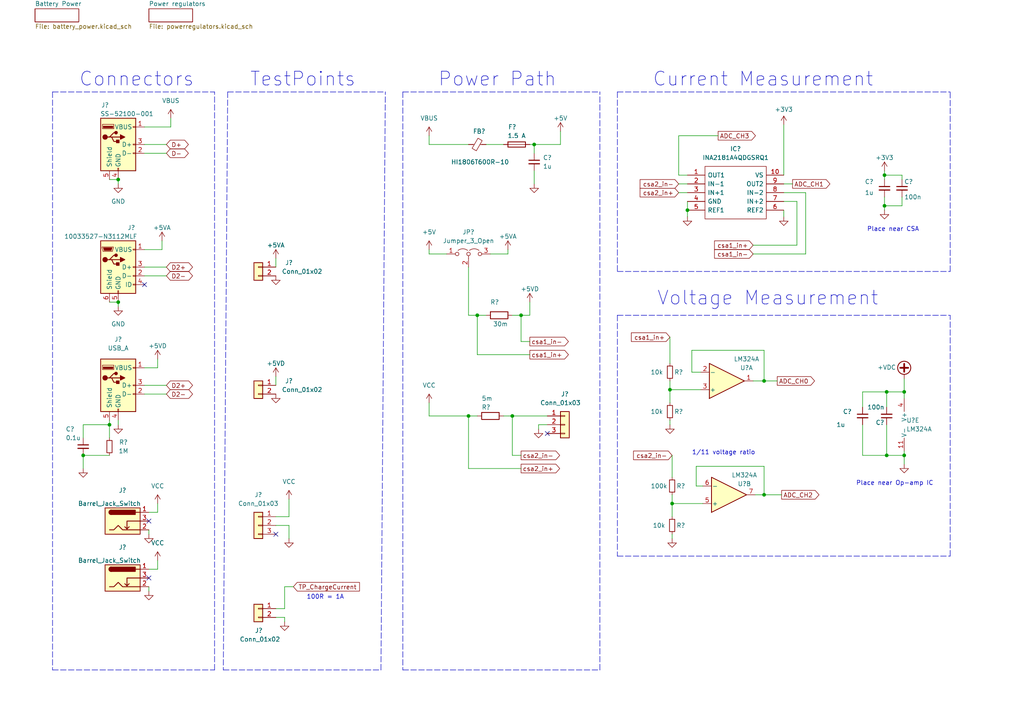
<source format=kicad_sch>
(kicad_sch (version 20211123) (generator eeschema)
  (paper "A4")
  (lib_symbols
    (symbol "Amplifier_Operational:LM324A" (pin_names (offset 0.127))
      (property "Reference" "U" (at 0 5.08 0))
      (property "Value" "LM324A" (at 0 -5.08 0))
      (symbol "LM324A_1_1"
        (polyline (pts (xy -5.08 5.08) (xy 5.08 0) (xy -5.08 -5.08) (xy -5.08 5.08)) (stroke (width 0.254)) (fill (type background)))
        (pin output line (at 7.62 0 180) (length 2.54) (name "~") (number "1"))
        (pin input line (at -7.62 -2.54 0) (length 2.54) (name "-") (number "2"))
        (pin input line (at -7.62 2.54 0) (length 2.54) (name "+") (number "3"))
      )
      (symbol "LM324A_2_1"
        (polyline (pts (xy -5.08 5.08) (xy 5.08 0) (xy -5.08 -5.08) (xy -5.08 5.08)) (stroke (width 0.254)) (fill (type background)))
        (pin input line (at -7.62 2.54 0) (length 2.54) (name "+") (number "5"))
        (pin input line (at -7.62 -2.54 0) (length 2.54) (name "-") (number "6"))
        (pin output line (at 7.62 0 180) (length 2.54) (name "~") (number "7"))
      )
      (symbol "LM324A_3_1"
        (polyline (pts (xy -5.08 5.08) (xy 5.08 0) (xy -5.08 -5.08) (xy -5.08 5.08)) (stroke (width 0.254)) (fill (type background)))
        (pin input line (at -7.62 2.54 0) (length 2.54) (name "+") (number "10"))
        (pin output line (at 7.62 0 180) (length 2.54) (name "~") (number "8"))
        (pin input line (at -7.62 -2.54 0) (length 2.54) (name "-") (number "9"))
      )
      (symbol "LM324A_4_1"
        (polyline (pts (xy -5.08 5.08) (xy 5.08 0) (xy -5.08 -5.08) (xy -5.08 5.08)) (stroke (width 0.254)) (fill (type background)))
        (pin input line (at -7.62 2.54 0) (length 2.54) (name "+") (number "12"))
        (pin input line (at -7.62 -2.54 0) (length 2.54) (name "-") (number "13"))
        (pin output line (at 7.62 0 180) (length 2.54) (name "~") (number "14"))
      )
      (symbol "LM324A_5_1"
        (pin power_in line (at -2.54 -7.62 90) (length 3.81) (name "V-") (number "11"))
        (pin power_in line (at -2.54 7.62 270) (length 3.81) (name "V+") (number "4"))
      )
    )
    (symbol "Connector:Barrel_Jack_Switch" (pin_names hide)
      (property "Reference" "J" (at 0 5.334 0))
      (property "Value" "Barrel_Jack_Switch" (at 0 -5.08 0))
      (symbol "Barrel_Jack_Switch_0_1"
        (rectangle (start -5.08 3.81) (end 5.08 -3.81) (stroke (width 0.254)) (fill (type background)))
        (arc (start -3.302 3.175) (mid -3.937 2.54) (end -3.302 1.905) (stroke (width 0.254)))
        (arc (start -3.302 3.175) (mid -3.937 2.54) (end -3.302 1.905) (stroke (width 0.254)) (fill (type outline)))
        (polyline (pts (xy 1.27 -2.286) (xy 1.905 -1.651)) (stroke (width 0.254)))
        (polyline (pts (xy 5.08 2.54) (xy 3.81 2.54)) (stroke (width 0.254)))
        (polyline (pts (xy 5.08 0) (xy 1.27 0) (xy 1.27 -2.286) (xy 0.635 -1.651)) (stroke (width 0.254)))
        (polyline (pts (xy -3.81 -2.54) (xy -2.54 -2.54) (xy -1.27 -1.27) (xy 0 -2.54) (xy 2.54 -2.54) (xy 5.08 -2.54)) (stroke (width 0.254)))
        (rectangle (start 3.683 3.175) (end -3.302 1.905) (stroke (width 0.254)) (fill (type outline)))
      )
      (symbol "Barrel_Jack_Switch_1_1"
        (pin passive line (at 7.62 2.54 180) (length 2.54) (name "~") (number "1"))
        (pin passive line (at 7.62 -2.54 180) (length 2.54) (name "~") (number "2"))
        (pin passive line (at 7.62 0 180) (length 2.54) (name "~") (number "3"))
      )
    )
    (symbol "Connector:USB_A" (pin_names (offset 1.016))
      (property "Reference" "J" (at -5.08 11.43 0))
      (property "Value" "USB_A" (at -5.08 8.89 0))
      (symbol "USB_A_0_1"
        (rectangle (start -5.08 -7.62) (end 5.08 7.62) (stroke (width 0.254)) (fill (type background)))
        (circle (center -3.81 2.159) (radius 0.635) (stroke (width 0.254)) (fill (type outline)))
        (rectangle (start -1.524 4.826) (end -4.318 5.334) (fill (type outline)))
        (rectangle (start -1.27 4.572) (end -4.572 5.842))
        (circle (center -0.635 3.429) (radius 0.381) (stroke (width 0.254)) (fill (type outline)))
        (rectangle (start -0.127 -7.62) (end 0.127 -6.858))
        (polyline (pts (xy -3.175 2.159) (xy -2.54 2.159) (xy -1.27 3.429) (xy -0.635 3.429)) (stroke (width 0.254)))
        (polyline (pts (xy -2.54 2.159) (xy -1.905 2.159) (xy -1.27 0.889) (xy 0 0.889)) (stroke (width 0.254)))
        (polyline (pts (xy 0.635 2.794) (xy 0.635 1.524) (xy 1.905 2.159) (xy 0.635 2.794)) (stroke (width 0.254)) (fill (type outline)))
        (rectangle (start 0.254 1.27) (end -0.508 0.508) (stroke (width 0.254)) (fill (type outline)))
        (rectangle (start 5.08 -2.667) (end 4.318 -2.413))
        (rectangle (start 5.08 -0.127) (end 4.318 0.127))
        (rectangle (start 5.08 4.953) (end 4.318 5.207))
      )
      (symbol "USB_A_1_1"
        (polyline (pts (xy -1.905 2.159) (xy 0.635 2.159)) (stroke (width 0.254)))
        (pin power_in line (at 7.62 5.08 180) (length 2.54) (name "VBUS") (number "1"))
        (pin bidirectional line (at 7.62 -2.54 180) (length 2.54) (name "D-") (number "2"))
        (pin bidirectional line (at 7.62 0 180) (length 2.54) (name "D+") (number "3"))
        (pin power_in line (at 0 -10.16 90) (length 2.54) (name "GND") (number "4"))
        (pin passive line (at -2.54 -10.16 90) (length 2.54) (name "Shield") (number "5"))
      )
    )
    (symbol "Connector:USB_B_Mini" (pin_names (offset 1.016))
      (property "Reference" "J" (at -5.08 11.43 0))
      (property "Value" "USB_B_Mini" (at -5.08 8.89 0))
      (symbol "USB_B_Mini_0_1"
        (rectangle (start -5.08 -7.62) (end 5.08 7.62) (stroke (width 0.254)) (fill (type background)))
        (circle (center -3.81 2.159) (radius 0.635) (stroke (width 0.254)) (fill (type outline)))
        (circle (center -0.635 3.429) (radius 0.381) (stroke (width 0.254)) (fill (type outline)))
        (rectangle (start -0.127 -7.62) (end 0.127 -6.858))
        (polyline (pts (xy -1.905 2.159) (xy 0.635 2.159)) (stroke (width 0.254)))
        (polyline (pts (xy -3.175 2.159) (xy -2.54 2.159) (xy -1.27 3.429) (xy -0.635 3.429)) (stroke (width 0.254)))
        (polyline (pts (xy -2.54 2.159) (xy -1.905 2.159) (xy -1.27 0.889) (xy 0 0.889)) (stroke (width 0.254)))
        (polyline (pts (xy 0.635 2.794) (xy 0.635 1.524) (xy 1.905 2.159) (xy 0.635 2.794)) (stroke (width 0.254)) (fill (type outline)))
        (polyline (pts (xy -4.318 5.588) (xy -1.778 5.588) (xy -2.032 4.826) (xy -4.064 4.826) (xy -4.318 5.588)) (fill (type outline)))
        (polyline (pts (xy -4.699 5.842) (xy -4.699 5.588) (xy -4.445 4.826) (xy -4.445 4.572) (xy -1.651 4.572) (xy -1.651 4.826) (xy -1.397 5.588) (xy -1.397 5.842) (xy -4.699 5.842)))
        (rectangle (start 0.254 1.27) (end -0.508 0.508) (stroke (width 0.254)) (fill (type outline)))
        (rectangle (start 5.08 -5.207) (end 4.318 -4.953))
        (rectangle (start 5.08 -2.667) (end 4.318 -2.413))
        (rectangle (start 5.08 -0.127) (end 4.318 0.127))
        (rectangle (start 5.08 4.953) (end 4.318 5.207))
      )
      (symbol "USB_B_Mini_1_1"
        (pin power_out line (at 7.62 5.08 180) (length 2.54) (name "VBUS") (number "1"))
        (pin bidirectional line (at 7.62 -2.54 180) (length 2.54) (name "D-") (number "2"))
        (pin bidirectional line (at 7.62 0 180) (length 2.54) (name "D+") (number "3"))
        (pin passive line (at 7.62 -5.08 180) (length 2.54) (name "ID") (number "4"))
        (pin power_out line (at 0 -10.16 90) (length 2.54) (name "GND") (number "5"))
        (pin passive line (at -2.54 -10.16 90) (length 2.54) (name "Shield") (number "6"))
      )
    )
    (symbol "Connector_Generic:Conn_01x02" (pin_names (offset 1.016) hide)
      (property "Reference" "J" (at 0 2.54 0))
      (property "Value" "Conn_01x02" (at 0 -5.08 0))
      (symbol "Conn_01x02_1_1"
        (rectangle (start -1.27 -2.413) (end 0 -2.667) (stroke (width 0.1524)))
        (rectangle (start -1.27 0.127) (end 0 -0.127) (stroke (width 0.1524)))
        (rectangle (start -1.27 1.27) (end 1.27 -3.81) (stroke (width 0.254)) (fill (type background)))
        (pin passive line (at -5.08 0 0) (length 3.81) (name "Pin_1") (number "1"))
        (pin passive line (at -5.08 -2.54 0) (length 3.81) (name "Pin_2") (number "2"))
      )
    )
    (symbol "Connector_Generic:Conn_01x03" (pin_names (offset 1.016) hide)
      (property "Reference" "J" (at 0 5.08 0))
      (property "Value" "Conn_01x03" (at 0 -5.08 0))
      (symbol "Conn_01x03_1_1"
        (rectangle (start -1.27 -2.413) (end 0 -2.667) (stroke (width 0.1524)))
        (rectangle (start -1.27 0.127) (end 0 -0.127) (stroke (width 0.1524)))
        (rectangle (start -1.27 2.667) (end 0 2.413) (stroke (width 0.1524)))
        (rectangle (start -1.27 3.81) (end 1.27 -3.81) (stroke (width 0.254)) (fill (type background)))
        (pin passive line (at -5.08 2.54 0) (length 3.81) (name "Pin_1") (number "1"))
        (pin passive line (at -5.08 0 0) (length 3.81) (name "Pin_2") (number "2"))
        (pin passive line (at -5.08 -2.54 0) (length 3.81) (name "Pin_3") (number "3"))
      )
    )
    (symbol "Device:C_Small" (pin_numbers hide) (pin_names (offset 0.254) hide)
      (property "Reference" "C" (at 0.254 1.778 0))
      (property "Value" "C_Small" (at 0.254 -2.032 0))
      (symbol "C_Small_0_1"
        (polyline (pts (xy -1.524 -0.508) (xy 1.524 -0.508)) (stroke (width 0.3302)))
        (polyline (pts (xy -1.524 0.508) (xy 1.524 0.508)) (stroke (width 0.3048)))
      )
      (symbol "C_Small_1_1"
        (pin passive line (at 0 2.54 270) (length 2.032) (name "~") (number "1"))
        (pin passive line (at 0 -2.54 90) (length 2.032) (name "~") (number "2"))
      )
    )
    (symbol "Device:FerriteBead_Small" (pin_numbers hide) (pin_names (offset 0))
      (property "Reference" "FB" (at 1.905 1.27 0))
      (property "Value" "FerriteBead_Small" (at 1.905 -1.27 0))
      (symbol "FerriteBead_Small_0_1"
        (polyline (pts (xy 0 -1.27) (xy 0 -0.7874)))
        (polyline (pts (xy 0 0.889) (xy 0 1.2954)))
        (polyline (pts (xy -1.8288 0.2794) (xy -1.1176 1.4986) (xy 1.8288 -0.2032) (xy 1.1176 -1.4224) (xy -1.8288 0.2794)))
      )
      (symbol "FerriteBead_Small_1_1"
        (pin passive line (at 0 2.54 270) (length 1.27) (name "~") (number "1"))
        (pin passive line (at 0 -2.54 90) (length 1.27) (name "~") (number "2"))
      )
    )
    (symbol "Device:Fuse" (pin_numbers hide) (pin_names (offset 0))
      (property "Reference" "F" (at 2.032 0 90))
      (property "Value" "Fuse" (at -1.905 0 90))
      (symbol "Fuse_0_1"
        (rectangle (start -0.762 -2.54) (end 0.762 2.54) (stroke (width 0.254)))
        (polyline (pts (xy 0 2.54) (xy 0 -2.54)))
      )
      (symbol "Fuse_1_1"
        (pin passive line (at 0 3.81 270) (length 1.27) (name "~") (number "1"))
        (pin passive line (at 0 -3.81 90) (length 1.27) (name "~") (number "2"))
      )
    )
    (symbol "Device:R" (pin_numbers hide) (pin_names (offset 0))
      (property "Reference" "R" (at 2.032 0 90))
      (property "Value" "R" (at 0 0 90))
      (symbol "R_0_1"
        (rectangle (start -1.016 -2.54) (end 1.016 2.54) (stroke (width 0.254)))
      )
      (symbol "R_1_1"
        (pin passive line (at 0 3.81 270) (length 1.27) (name "~") (number "1"))
        (pin passive line (at 0 -3.81 90) (length 1.27) (name "~") (number "2"))
      )
    )
    (symbol "Device:R_Small" (pin_numbers hide) (pin_names (offset 0.254) hide)
      (property "Reference" "R" (at 0.762 0.508 0))
      (property "Value" "R_Small" (at 0.762 -1.016 0))
      (symbol "R_Small_0_1"
        (rectangle (start -0.762 1.778) (end 0.762 -1.778) (stroke (width 0.2032)))
      )
      (symbol "R_Small_1_1"
        (pin passive line (at 0 2.54 270) (length 0.762) (name "~") (number "1"))
        (pin passive line (at 0 -2.54 90) (length 0.762) (name "~") (number "2"))
      )
    )
    (symbol "Jumper:Jumper_3_Open" (pin_names (offset 0) hide)
      (property "Reference" "JP" (at -2.54 -2.54 0))
      (property "Value" "Jumper_3_Open" (at 0 2.794 0))
      (symbol "Jumper_3_Open_0_0"
        (circle (center -3.302 0) (radius 0.508))
        (circle (center 0 0) (radius 0.508))
        (circle (center 3.302 0) (radius 0.508))
      )
      (symbol "Jumper_3_Open_0_1"
        (arc (start -0.254 1.016) (mid -1.651 1.4992) (end -3.048 1.016))
        (polyline (pts (xy 0 -0.508) (xy 0 -1.27)))
        (arc (start 3.048 1.016) (mid 1.651 1.4992) (end 0.254 1.016))
      )
      (symbol "Jumper_3_Open_1_1"
        (pin passive line (at -6.35 0 0) (length 2.54) (name "A") (number "1"))
        (pin input line (at 0 -3.81 90) (length 2.54) (name "C") (number "2"))
        (pin passive line (at 6.35 0 180) (length 2.54) (name "B") (number "3"))
      )
    )
    (symbol "SamacSys_Parts:INA2181A4QDGSRQ1" (pin_names (offset 0.762))
      (property "Reference" "IC" (at 24.13 7.62 0))
      (property "Value" "INA2181A4QDGSRQ1" (at 24.13 5.08 0))
      (symbol "INA2181A4QDGSRQ1_0_0"
        (pin passive line (at 0 0 0) (length 5.08) (name "OUT1") (number "1"))
        (pin passive line (at 27.94 0 180) (length 5.08) (name "VS") (number "10"))
        (pin passive line (at 0 -2.54 0) (length 5.08) (name "IN-1") (number "2"))
        (pin passive line (at 0 -5.08 0) (length 5.08) (name "IN+1") (number "3"))
        (pin passive line (at 0 -7.62 0) (length 5.08) (name "GND") (number "4"))
        (pin passive line (at 0 -10.16 0) (length 5.08) (name "REF1") (number "5"))
        (pin passive line (at 27.94 -10.16 180) (length 5.08) (name "REF2") (number "6"))
        (pin passive line (at 27.94 -7.62 180) (length 5.08) (name "IN+2") (number "7"))
        (pin passive line (at 27.94 -5.08 180) (length 5.08) (name "IN-2") (number "8"))
        (pin passive line (at 27.94 -2.54 180) (length 5.08) (name "OUT2") (number "9"))
      )
      (symbol "INA2181A4QDGSRQ1_0_1"
        (polyline (pts (xy 5.08 2.54) (xy 22.86 2.54) (xy 22.86 -12.7) (xy 5.08 -12.7) (xy 5.08 2.54)) (stroke (width 0.1524)))
      )
    )
    (symbol "power:+3V3" (power) (pin_names (offset 0))
      (property "Value" "+3V3" (at 0 3.556 0))
      (symbol "+3V3_0_1"
        (polyline (pts (xy -0.762 1.27) (xy 0 2.54)))
        (polyline (pts (xy 0 0) (xy 0 2.54)))
        (polyline (pts (xy 0 2.54) (xy 0.762 1.27)))
      )
      (symbol "+3V3_1_1"
        (pin power_in line (at 0 0 90) (length 0) hide (name "+3V3") (number "1"))
      )
    )
    (symbol "power:+5V" (power) (pin_names (offset 0))
      (property "Value" "+5V" (at 0 3.556 0))
      (symbol "+5V_0_1"
        (polyline (pts (xy -0.762 1.27) (xy 0 2.54)))
        (polyline (pts (xy 0 0) (xy 0 2.54)))
        (polyline (pts (xy 0 2.54) (xy 0.762 1.27)))
      )
      (symbol "+5V_1_1"
        (pin power_in line (at 0 0 90) (length 0) hide (name "+5V") (number "1"))
      )
    )
    (symbol "power:+5VA" (power) (pin_names (offset 0))
      (property "Value" "+5VA" (at 0 3.556 0))
      (symbol "+5VA_0_1"
        (polyline (pts (xy -0.762 1.27) (xy 0 2.54)))
        (polyline (pts (xy 0 0) (xy 0 2.54)))
        (polyline (pts (xy 0 2.54) (xy 0.762 1.27)))
      )
      (symbol "+5VA_1_1"
        (pin power_in line (at 0 0 90) (length 0) hide (name "+5VA") (number "1"))
      )
    )
    (symbol "power:+5VD" (power) (pin_names (offset 0))
      (property "Value" "+5VD" (at 0 3.556 0))
      (symbol "+5VD_0_1"
        (polyline (pts (xy -0.762 1.27) (xy 0 2.54)))
        (polyline (pts (xy 0 0) (xy 0 2.54)))
        (polyline (pts (xy 0 2.54) (xy 0.762 1.27)))
      )
      (symbol "+5VD_1_1"
        (pin power_in line (at 0 0 90) (length 0) hide (name "+5VD") (number "1"))
      )
    )
    (symbol "power:+VDC" (power) (pin_names (offset 0))
      (property "Value" "+VDC" (at 0 6.35 0))
      (symbol "+VDC_0_1"
        (polyline (pts (xy -1.143 3.175) (xy 1.143 3.175)) (stroke (width 0.508)))
        (polyline (pts (xy 0 0) (xy 0 1.27)))
        (polyline (pts (xy 0 2.032) (xy 0 4.318)) (stroke (width 0.508)))
        (circle (center 0 3.175) (radius 1.905) (stroke (width 0.254)))
      )
      (symbol "+VDC_1_1"
        (pin power_in line (at 0 0 90) (length 0) hide (name "+VDC") (number "1"))
      )
    )
    (symbol "power:GND" (power) (pin_names (offset 0))
      (property "Value" "GND" (at 0 -3.81 0))
      (symbol "GND_0_1"
        (polyline (pts (xy 0 0) (xy 0 -1.27) (xy 1.27 -1.27) (xy 0 -2.54) (xy -1.27 -1.27) (xy 0 -1.27)))
      )
      (symbol "GND_1_1"
        (pin power_in line (at 0 0 270) (length 0) hide (name "GND") (number "1"))
      )
    )
    (symbol "power:VBUS" (power) (pin_names (offset 0))
      (property "Value" "VBUS" (at 0 3.81 0))
      (symbol "VBUS_0_1"
        (polyline (pts (xy -0.762 1.27) (xy 0 2.54)))
        (polyline (pts (xy 0 0) (xy 0 2.54)))
        (polyline (pts (xy 0 2.54) (xy 0.762 1.27)))
      )
      (symbol "VBUS_1_1"
        (pin power_in line (at 0 0 90) (length 0) hide (name "VBUS") (number "1"))
      )
    )
    (symbol "power:VCC" (power) (pin_names (offset 0))
      (property "Value" "VCC" (at 0 3.81 0))
      (symbol "VCC_0_1"
        (polyline (pts (xy -0.762 1.27) (xy 0 2.54)))
        (polyline (pts (xy 0 0) (xy 0 2.54)))
        (polyline (pts (xy 0 2.54) (xy 0.762 1.27)))
      )
      (symbol "VCC_1_1"
        (pin power_in line (at 0 0 90) (length 0) hide (name "VCC") (number "1"))
      )
    )
  )
  (junction (at 154.94 41.91))
  (junction (at 34.29 52.07))
  (junction (at 221.615 110.49))
  (junction (at 31.75 123.19))
  (junction (at 221.615 143.51))
  (junction (at 257.175 132.08))
  (junction (at 34.29 87.63))
  (junction (at 262.255 113.665))
  (junction (at 194.945 146.05))
  (junction (at 256.54 50.8))
  (junction (at 194.31 113.03))
  (junction (at 256.54 59.69))
  (junction (at 24.13 132.08))
  (junction (at 262.255 132.08))
  (junction (at 135.89 120.65))
  (junction (at 257.175 113.665))
  (junction (at 138.43 91.44))
  (junction (at 199.39 60.96))
  (junction (at 148.59 120.65))
  (junction (at 151.13 91.44))
  (no_connect (at 43.18 167.64))
  (no_connect (at 43.18 151.13))
  (no_connect (at 80.01 154.94))
  (no_connect (at 158.75 125.73))
  (no_connect (at 41.91 82.55))
  (wire (pts (xy 262.255 109.855) (xy 262.255 113.665)))
  (wire (pts (xy 146.05 120.65) (xy 148.59 120.65)))
  (wire (pts (xy 196.85 50.8) (xy 196.85 39.37)))
  (wire (pts (xy 200.66 107.95) (xy 200.66 101.6)))
  (wire (pts (xy 199.39 50.8) (xy 196.85 50.8)))
  (wire (pts (xy 41.91 36.83) (xy 49.53 36.83)))
  (wire (pts (xy 261.62 57.15) (xy 261.62 59.69)))
  (wire (pts (xy 196.85 55.88) (xy 199.39 55.88)))
  (wire (pts (xy 41.91 106.68) (xy 45.72 106.68)))
  (wire (pts (xy 256.54 49.53) (xy 256.54 50.8)))
  (wire (pts (xy 45.72 148.59) (xy 45.72 146.05)))
  (polyline (pts (xy 275.59 161.29) (xy 275.59 91.44)))
  (wire (pts (xy 256.54 57.15) (xy 256.54 59.69)))
  (wire (pts (xy 41.91 114.3) (xy 48.26 114.3)))
  (wire (pts (xy 196.85 39.37) (xy 208.28 39.37)))
  (wire (pts (xy 261.62 59.69) (xy 256.54 59.69)))
  (wire (pts (xy 43.18 153.67) (xy 43.18 154.94)))
  (wire (pts (xy 24.13 132.08) (xy 24.13 135.89)))
  (wire (pts (xy 43.18 148.59) (xy 45.72 148.59)))
  (wire (pts (xy 129.54 73.66) (xy 124.46 73.66)))
  (polyline (pts (xy 66.04 26.67) (xy 64.77 194.31)))
  (wire (pts (xy 24.13 127) (xy 24.13 123.19)))
  (wire (pts (xy 34.29 53.34) (xy 34.29 52.07)))
  (polyline (pts (xy 116.84 26.67) (xy 116.84 194.31)))
  (polyline (pts (xy 15.24 26.67) (xy 62.23 26.67)))
  (wire (pts (xy 138.43 102.87) (xy 138.43 91.44)))
  (wire (pts (xy 162.56 38.1) (xy 162.56 41.91)))
  (wire (pts (xy 31.75 87.63) (xy 34.29 87.63)))
  (wire (pts (xy 194.31 113.03) (xy 203.2 113.03)))
  (wire (pts (xy 124.46 120.65) (xy 124.46 116.84)))
  (wire (pts (xy 262.255 130.81) (xy 262.255 132.08)))
  (wire (pts (xy 151.13 99.06) (xy 151.13 91.44)))
  (polyline (pts (xy 275.59 78.74) (xy 275.59 26.67)))
  (wire (pts (xy 194.945 132.08) (xy 194.945 138.43)))
  (wire (pts (xy 148.59 91.44) (xy 151.13 91.44)))
  (wire (pts (xy 148.59 120.65) (xy 148.59 132.08)))
  (wire (pts (xy 41.91 44.45) (xy 48.26 44.45)))
  (wire (pts (xy 83.82 156.21) (xy 83.82 152.4)))
  (wire (pts (xy 221.615 143.51) (xy 226.695 143.51)))
  (polyline (pts (xy 179.07 161.29) (xy 275.59 161.29)))
  (wire (pts (xy 250.19 132.08) (xy 250.19 123.19)))
  (wire (pts (xy 31.75 52.07) (xy 34.29 52.07)))
  (wire (pts (xy 262.255 113.665) (xy 262.255 115.57)))
  (wire (pts (xy 43.18 170.18) (xy 43.18 171.45)))
  (wire (pts (xy 45.72 106.68) (xy 45.72 104.14)))
  (wire (pts (xy 250.19 132.08) (xy 257.175 132.08)))
  (wire (pts (xy 153.67 99.06) (xy 151.13 99.06)))
  (wire (pts (xy 124.46 41.91) (xy 135.89 41.91)))
  (wire (pts (xy 135.89 120.65) (xy 135.89 135.89)))
  (wire (pts (xy 203.2 107.95) (xy 200.66 107.95)))
  (wire (pts (xy 142.24 73.66) (xy 147.32 73.66)))
  (wire (pts (xy 80.01 176.53) (xy 82.55 176.53)))
  (polyline (pts (xy 15.24 26.67) (xy 15.24 194.31)))
  (wire (pts (xy 151.13 132.08) (xy 148.59 132.08)))
  (wire (pts (xy 221.615 143.51) (xy 219.075 143.51)))
  (wire (pts (xy 257.175 132.08) (xy 262.255 132.08)))
  (wire (pts (xy 80.01 179.07) (xy 82.55 179.07)))
  (wire (pts (xy 221.615 135.255) (xy 201.93 135.255)))
  (wire (pts (xy 82.55 170.18) (xy 85.09 170.18)))
  (wire (pts (xy 196.85 53.34) (xy 199.39 53.34)))
  (wire (pts (xy 156.21 123.19) (xy 156.21 124.46)))
  (wire (pts (xy 31.75 121.92) (xy 31.75 123.19)))
  (wire (pts (xy 156.21 123.19) (xy 158.75 123.19)))
  (wire (pts (xy 31.75 123.19) (xy 31.75 127)))
  (polyline (pts (xy 179.07 91.44) (xy 179.07 161.29)))
  (wire (pts (xy 199.39 58.42) (xy 199.39 60.96)))
  (wire (pts (xy 153.67 91.44) (xy 153.67 87.63)))
  (wire (pts (xy 194.31 113.03) (xy 194.31 116.84)))
  (wire (pts (xy 250.19 118.11) (xy 250.19 113.665)))
  (wire (pts (xy 225.425 110.49) (xy 221.615 110.49)))
  (wire (pts (xy 154.94 53.34) (xy 154.94 49.53)))
  (polyline (pts (xy 116.84 26.67) (xy 173.99 26.67)))
  (wire (pts (xy 41.91 41.91) (xy 48.26 41.91)))
  (wire (pts (xy 221.615 110.49) (xy 218.44 110.49)))
  (polyline (pts (xy 15.24 194.31) (xy 62.23 194.31)))
  (wire (pts (xy 82.55 176.53) (xy 82.55 170.18)))
  (wire (pts (xy 43.18 165.1) (xy 45.72 165.1)))
  (wire (pts (xy 83.82 149.86) (xy 83.82 144.78)))
  (wire (pts (xy 140.97 41.91) (xy 146.05 41.91)))
  (wire (pts (xy 227.33 36.195) (xy 227.33 50.8)))
  (wire (pts (xy 261.62 52.07) (xy 261.62 50.8)))
  (wire (pts (xy 194.945 146.05) (xy 203.835 146.05)))
  (wire (pts (xy 221.615 101.6) (xy 221.615 110.49)))
  (wire (pts (xy 194.945 154.94) (xy 194.945 156.21)))
  (polyline (pts (xy 173.99 194.31) (xy 173.99 26.67)))
  (wire (pts (xy 233.68 73.66) (xy 233.68 55.88)))
  (polyline (pts (xy 66.04 26.67) (xy 111.76 26.67)))
  (wire (pts (xy 124.46 41.91) (xy 124.46 39.37)))
  (wire (pts (xy 154.94 41.91) (xy 154.94 44.45)))
  (wire (pts (xy 124.46 120.65) (xy 135.89 120.65)))
  (wire (pts (xy 135.89 77.47) (xy 135.89 91.44)))
  (wire (pts (xy 41.91 77.47) (xy 48.26 77.47)))
  (wire (pts (xy 45.72 165.1) (xy 45.72 162.56)))
  (wire (pts (xy 194.945 143.51) (xy 194.945 146.05)))
  (wire (pts (xy 41.91 72.39) (xy 46.99 72.39)))
  (wire (pts (xy 135.89 120.65) (xy 138.43 120.65)))
  (wire (pts (xy 154.94 41.91) (xy 162.56 41.91)))
  (wire (pts (xy 24.13 132.08) (xy 31.75 132.08)))
  (polyline (pts (xy 64.77 194.31) (xy 110.49 194.31)))
  (wire (pts (xy 148.59 120.65) (xy 158.75 120.65)))
  (polyline (pts (xy 62.23 194.31) (xy 62.23 26.67)))
  (wire (pts (xy 201.93 135.255) (xy 201.93 140.97)))
  (wire (pts (xy 257.175 113.665) (xy 262.255 113.665)))
  (wire (pts (xy 153.67 102.87) (xy 138.43 102.87)))
  (wire (pts (xy 194.945 146.05) (xy 194.945 149.86)))
  (polyline (pts (xy 116.84 194.31) (xy 173.99 194.31)))
  (polyline (pts (xy 179.07 91.44) (xy 275.59 91.44)))
  (wire (pts (xy 80.01 77.47) (xy 80.01 74.93)))
  (wire (pts (xy 151.13 91.44) (xy 153.67 91.44)))
  (wire (pts (xy 80.01 149.86) (xy 83.82 149.86)))
  (wire (pts (xy 80.01 111.76) (xy 80.01 109.22)))
  (wire (pts (xy 203.835 140.97) (xy 201.93 140.97)))
  (wire (pts (xy 83.82 152.4) (xy 80.01 152.4)))
  (wire (pts (xy 34.29 88.9) (xy 34.29 87.63)))
  (wire (pts (xy 194.31 110.49) (xy 194.31 113.03)))
  (wire (pts (xy 231.14 71.12) (xy 231.14 58.42)))
  (wire (pts (xy 24.13 123.19) (xy 31.75 123.19)))
  (wire (pts (xy 257.175 123.19) (xy 257.175 132.08)))
  (wire (pts (xy 41.91 80.01) (xy 48.26 80.01)))
  (wire (pts (xy 257.175 113.665) (xy 257.175 118.11)))
  (wire (pts (xy 227.33 53.34) (xy 229.87 53.34)))
  (wire (pts (xy 153.67 41.91) (xy 154.94 41.91)))
  (wire (pts (xy 199.39 62.865) (xy 199.39 60.96)))
  (wire (pts (xy 250.19 113.665) (xy 257.175 113.665)))
  (wire (pts (xy 261.62 50.8) (xy 256.54 50.8)))
  (wire (pts (xy 41.91 111.76) (xy 48.26 111.76)))
  (polyline (pts (xy 179.07 26.67) (xy 275.59 26.67)))
  (wire (pts (xy 231.14 58.42) (xy 227.33 58.42)))
  (wire (pts (xy 233.68 55.88) (xy 227.33 55.88)))
  (wire (pts (xy 147.32 73.66) (xy 147.32 72.39)))
  (polyline (pts (xy 110.49 194.31) (xy 111.76 26.67)))
  (polyline (pts (xy 179.07 26.67) (xy 179.07 78.74)))
  (wire (pts (xy 227.33 62.865) (xy 227.33 60.96)))
  (wire (pts (xy 124.46 73.66) (xy 124.46 72.39)))
  (wire (pts (xy 256.54 60.96) (xy 256.54 59.69)))
  (wire (pts (xy 151.13 135.89) (xy 135.89 135.89)))
  (wire (pts (xy 135.89 91.44) (xy 138.43 91.44)))
  (wire (pts (xy 262.255 132.08) (xy 262.255 134.62)))
  (wire (pts (xy 82.55 179.07) (xy 82.55 180.34)))
  (wire (pts (xy 194.31 121.92) (xy 194.31 123.19)))
  (wire (pts (xy 138.43 91.44) (xy 140.97 91.44)))
  (wire (pts (xy 221.615 143.51) (xy 221.615 135.255)))
  (wire (pts (xy 194.31 97.79) (xy 194.31 105.41)))
  (polyline (pts (xy 179.07 91.44) (xy 179.07 91.44)))
  (wire (pts (xy 34.29 123.19) (xy 34.29 121.92)))
  (wire (pts (xy 46.99 72.39) (xy 46.99 69.85)))
  (wire (pts (xy 49.53 36.83) (xy 49.53 34.29)))
  (wire (pts (xy 218.44 71.12) (xy 231.14 71.12)))
  (wire (pts (xy 218.44 73.66) (xy 233.68 73.66)))
  (wire (pts (xy 200.66 101.6) (xy 221.615 101.6)))
  (wire (pts (xy 256.54 50.8) (xy 256.54 52.07)))
  (polyline (pts (xy 179.07 78.74) (xy 275.59 78.74)))
  (text "Voltage Measurement" (at 190.5 88.9 0) (effects (font (size 4 4)) (justify left bottom)))
  (text "Current Measurement" (at 189.23 25.4 0) (effects (font (size 4 4)) (justify left bottom)))
  (text "Place near Op-amp IC" (at 248.285 140.97 0) (effects (font (size 1.27 1.27)) (justify left bottom)))
  (text "TestPoints" (at 72.39 25.4 0) (effects (font (size 4 4)) (justify left bottom)))
  (text "Power Path\n" (at 127 25.4 0) (effects (font (size 4 4)) (justify left bottom)))
  (text "Place near CSA" (at 251.46 67.31 0) (effects (font (size 1.27 1.27)) (justify left bottom)))
  (text "1/11 voltage ratio" (at 219.075 132.08 180) (effects (font (size 1.27 1.27)) (justify right bottom)))
  (text "Connectors" (at 22.86 25.4 0) (effects (font (size 4 4)) (justify left bottom)))
  (text "100R = 1A" (at 88.9 173.99 0) (effects (font (size 1.27 1.27)) (justify left bottom)))
  (global_label "csa1_in+" (shape input) (at 218.44 71.12 180) (property "Intersheet References" "${INTERSHEET_REFS}" (effects hide)))
  (global_label "D2+" (shape bidirectional) (at 48.26 111.76 0) (property "Intersheet References" "${INTERSHEET_REFS}" (effects hide)))
  (global_label "csa2_in-" (shape input) (at 194.945 132.08 180) (property "Intersheet References" "${INTERSHEET_REFS}" (effects hide)))
  (global_label "csa1_in-" (shape input) (at 218.44 73.66 180) (property "Intersheet References" "${INTERSHEET_REFS}" (effects hide)))
  (global_label "D+" (shape bidirectional) (at 48.26 41.91 0) (property "Intersheet References" "${INTERSHEET_REFS}" (effects hide)))
  (global_label "csa1_in+" (shape input) (at 194.31 97.79 180) (property "Intersheet References" "${INTERSHEET_REFS}" (effects hide)))
  (global_label "D2-" (shape bidirectional) (at 48.26 114.3 0) (property "Intersheet References" "${INTERSHEET_REFS}" (effects hide)))
  (global_label "D2+" (shape bidirectional) (at 48.26 77.47 0) (property "Intersheet References" "${INTERSHEET_REFS}" (effects hide)))
  (global_label "ADC_CH1" (shape output) (at 229.87 53.34 0) (property "Intersheet References" "${INTERSHEET_REFS}" (effects hide)))
  (global_label "csa2_in+" (shape input) (at 196.85 55.88 180) (property "Intersheet References" "${INTERSHEET_REFS}" (effects hide)))
  (global_label "D-" (shape bidirectional) (at 48.26 44.45 0) (property "Intersheet References" "${INTERSHEET_REFS}" (effects hide)))
  (global_label "D2-" (shape bidirectional) (at 48.26 80.01 0) (property "Intersheet References" "${INTERSHEET_REFS}" (effects hide)))
  (global_label "ADC_CH3" (shape output) (at 208.28 39.37 0) (property "Intersheet References" "${INTERSHEET_REFS}" (effects hide)))
  (global_label "csa2_in-" (shape output) (at 151.13 132.08 0) (property "Intersheet References" "${INTERSHEET_REFS}" (effects hide)))
  (global_label "csa1_in+" (shape output) (at 153.67 102.87 0) (property "Intersheet References" "${INTERSHEET_REFS}" (effects hide)))
  (global_label "TP_ChargeCurrent" (shape input) (at 85.09 170.18 0) (property "Intersheet References" "${INTERSHEET_REFS}" (effects hide)))
  (global_label "ADC_CH0" (shape output) (at 225.425 110.49 0) (property "Intersheet References" "${INTERSHEET_REFS}" (effects hide)))
  (global_label "csa1_in-" (shape output) (at 153.67 99.06 0) (property "Intersheet References" "${INTERSHEET_REFS}" (effects hide)))
  (global_label "csa2_in+" (shape output) (at 151.13 135.89 0) (property "Intersheet References" "${INTERSHEET_REFS}" (effects hide)))
  (global_label "csa2_in-" (shape input) (at 196.85 53.34 180) (property "Intersheet References" "${INTERSHEET_REFS}" (effects hide)))
  (global_label "ADC_CH2" (shape output) (at 226.695 143.51 0) (property "Intersheet References" "${INTERSHEET_REFS}" (effects hide)))
  (symbol (lib_id "power:GND") (at 194.945 156.21 0) (unit 1)
    (property "Reference" "#PWR?" (effects hide))
    (property "Value" "GND" (effects hide))
  )
  (symbol (lib_id "power:VCC") (at 45.72 146.05 0) (unit 1)
    (property "Reference" "#PWR?" (effects hide))
    (property "Value" "VCC" (at 45.72 140.97 0))
  )
  (symbol (lib_id "Device:R_Small") (at 194.945 140.97 0) (mirror x) (unit 1)
    (property "Reference" "R?" (at 197.485 140.97 0))
    (property "Value" "100k" (at 191.135 140.97 0))
    (property "Footprint" "Resistor_SMD:R_0603_1608Metric_Pad0.98x0.95mm_HandSolder" (effects hide))
  )
  (symbol (lib_id "Jumper:Jumper_3_Open") (at 135.89 73.66 0) (unit 1)
    (property "Reference" "JP?" (at 135.89 67.31 0))
    (property "Value" "Jumper_3_Open" (at 135.89 69.85 0))
    (property "Footprint" "Connector_PinHeader_2.54mm:PinHeader_1x03_P2.54mm_Vertical" (effects hide))
  )
  (symbol (lib_id "Amplifier_Operational:LM324A") (at 210.82 110.49 0) (mirror x) (unit 1)
    (property "Reference" "U?" (at 216.535 106.68 0))
    (property "Value" "LM324A" (at 216.535 104.14 0))
    (property "Footprint" "Package_SO:SOIC-14_3.9x8.7mm_P1.27mm" (effects hide))
    (property "Datasheet" "http://www.ti.com/lit/ds/symlink/lm2902-n.pdf" (effects hide))
  )
  (symbol (lib_id "power:+3V3") (at 227.33 36.195 0) (unit 1)
    (property "Reference" "#PWR?" (effects hide))
    (property "Value" "+3V3" (at 227.33 31.75 0))
  )
  (symbol (lib_id "power:VBUS") (at 124.46 39.37 0) (unit 1)
    (property "Reference" "#PWR?" (effects hide))
    (property "Value" "VBUS" (at 124.46 34.29 0))
  )
  (symbol (lib_id "power:GND") (at 256.54 60.96 0) (unit 1)
    (property "Reference" "#PWR?" (effects hide))
    (property "Value" "GND" (effects hide))
  )
  (symbol (lib_id "power:GND") (at 80.01 114.3 0) (unit 1)
    (property "Reference" "#PWR?" (effects hide))
    (property "Value" "GND" (effects hide))
  )
  (symbol (lib_id "Connector_Generic:Conn_01x02") (at 74.93 176.53 0) (mirror y) (unit 1)
    (property "Reference" "J?" (at 76.2 182.88 0) (effects (justify left)))
    (property "Value" "Conn_01x02" (at 81.28 185.42 0) (effects (justify left)))
    (property "Footprint" "Connector_PinHeader_2.54mm:PinHeader_1x02_P2.54mm_Vertical" (effects hide))
  )
  (symbol (lib_id "power:VCC") (at 45.72 162.56 0) (unit 1)
    (property "Reference" "#PWR?" (effects hide))
    (property "Value" "VCC" (at 45.72 157.48 0))
  )
  (symbol (lib_id "Connector_Generic:Conn_01x03") (at 163.83 123.19 0) (unit 1)
    (property "Reference" "J?" (at 163.83 114.3 0))
    (property "Value" "Conn_01x03" (at 162.56 116.84 0))
    (property "Footprint" "Connectors:SCREWTERMINAL-5MM-3" (effects hide))
  )
  (symbol (lib_id "power:+5VD") (at 80.01 109.22 0) (unit 1)
    (property "Reference" "#PWR?" (effects hide))
    (property "Value" "+5VD" (at 80.01 105.41 0))
  )
  (symbol (lib_id "Device:Fuse") (at 149.86 41.91 90) (unit 1)
    (property "Reference" "F?" (at 148.59 36.83 90))
    (property "Value" "1.5 A" (at 149.86 39.37 90))
    (property "Footprint" "Fuse:Fuse_0603_1608Metric_Pad1.05x0.95mm_HandSolder" (effects hide))
  )
  (symbol (lib_id "Device:FerriteBead_Small") (at 138.43 41.91 90) (unit 1)
    (property "Reference" "FB?" (at 137.16 38.1 90) (effects (justify right)))
    (property "Value" "HI1806T600R-10" (at 130.81 46.99 90) (effects (justify right)))
    (property "Footprint" "SamacSys_Parts:BEADC4516X185N" (effects hide))
    (property "Datasheet" "https://componentsearchengine.com/Datasheets/2/HI1806T600R-10.pdf" (effects hide))
    (property "Description" "FERRITE BEAD 60 OHM 1806 1LN" (effects hide))
    (property "Height" "1.85" (effects hide))
    (property "Mouser Part Number" "875-HI1806T600R-10" (effects hide))
    (property "Mouser Price/Stock" "https://www.mouser.com/Search/Refine.aspx?Keyword=875-HI1806T600R-10" (effects hide))
    (property "Manufacturer_Name" "Laird Technologies" (effects hide))
    (property "Manufacturer_Part_Number" "HI1806T600R-10" (effects hide))
  )
  (symbol (lib_id "power:+VDC") (at 262.255 109.855 0) (unit 1)
    (property "Reference" "#PWR?" (effects hide))
    (property "Value" "+VDC" (at 257.175 106.553 0))
  )
  (symbol (lib_id "Connector_Generic:Conn_01x02") (at 74.93 77.47 0) (mirror y) (unit 1)
    (property "Reference" "J?" (at 83.82 76.2 0))
    (property "Value" "Conn_01x02" (at 87.63 78.74 0))
    (property "Footprint" "TestPoint:TestPoint_2Pads_Pitch5.08mm_Drill1.3mm" (effects hide))
  )
  (symbol (lib_id "SamacSys_Parts:INA2181A4QDGSRQ1") (at 199.39 50.8 0) (unit 1)
    (property "Reference" "IC?" (at 213.36 43.18 0))
    (property "Value" "INA2181A4QDGSRQ1" (at 213.36 45.72 0))
    (property "Footprint" "SOP50P490X110-10N" (effects hide))
    (property "Datasheet" "http://www.ti.com/lit/gpn/ina2181-q1" (effects hide))
    (property "Description" "AEC-Q100, Dual Channel, 26V, Bi-Directional, Low-/High-Side, Voltage Output Current Sense Amp" (effects hide))
    (property "Height" "1.1" (effects hide))
    (property "Mouser Part Number" "595-INA2181A4QDGSRQ1" (effects hide))
    (property "Mouser Price/Stock" "https://www.mouser.co.uk/ProductDetail/Texas-Instruments/INA2181A4QDGSRQ1?qs=vdi0iO8H4N3bdnvgZyoEcw%3D%3D" (effects hide))
    (property "Manufacturer_Name" "Texas Instruments" (effects hide))
    (property "Manufacturer_Part_Number" "INA2181A4QDGSRQ1" (effects hide))
  )
  (symbol (lib_id "power:GND") (at 199.39 62.865 0) (unit 1)
    (property "Reference" "#PWR?" (effects hide))
    (property "Value" "GND" (effects hide))
  )
  (symbol (lib_id "power:+5V") (at 162.56 38.1 0) (unit 1)
    (property "Reference" "#PWR?" (effects hide))
    (property "Value" "+5V" (at 162.56 34.29 0))
  )
  (symbol (lib_id "Connector:USB_A") (at 34.29 41.91 0) (unit 1)
    (property "Reference" "J?" (at 30.48 30.48 0))
    (property "Value" "SS-52100-001" (at 36.83 33.02 0))
    (property "Footprint" "SamacSys_Parts:SS52100001" (effects hide))
    (property "Datasheet" "https://componentsearchengine.com/Datasheets/1/SS-52100-001.pdf" (effects hide))
    (property "Description" "STEWART CONNECTOR - SS-52100-001 - USB CONN, 2.0 TYPE A, RCPT, 4POS, TH" (effects hide))
    (property "Height" "6.9" (effects hide))
    (property "Mouser Part Number" "530-SS-52100-001" (effects hide))
    (property "Mouser Price/Stock" "https://www.mouser.co.uk/ProductDetail/Stewart-Connector-Bel/SS-52100-001?qs=0lQeLiL1qyZpDP8aQUpKcQ%3D%3D" (effects hide))
    (property "Manufacturer_Name" "Stewart Connector" (effects hide))
    (property "Manufacturer_Part_Number" "SS-52100-001" (effects hide))
  )
  (symbol (lib_id "Connector:USB_B_Mini") (at 34.29 77.47 0) (unit 1)
    (property "Reference" "J?" (at 38.1 66.04 0))
    (property "Value" "10033527-N3112MLF" (at 29.21 68.58 0))
    (property "Footprint" "SamacSys_Parts:10033527N3112MLF" (effects hide))
    (property "Datasheet" "https://cdn.amphenol-icc.com/media/wysiwyg/files/drawing/10033527.pdf" (effects hide))
    (property "Description" "USB - mini AB USB 2.0 Receptacle Connector 5 Position Surface Mount, Right Angle" (effects hide))
    (property "Height" "4.05" (effects hide))
    (property "Mouser Part Number" "649-10033527N3112MLF" (effects hide))
    (property "Mouser Price/Stock" "https://www.mouser.co.uk/ProductDetail/Amphenol-FCI/10033527-N3112MLF?qs=SY%2F34uu5F4ZzUdhf3C4mRw%3D%3D" (effects hide))
    (property "Manufacturer_Name" "Amphenol" (effects hide))
    (property "Manufacturer_Part_Number" "10033527-N3112MLF" (effects hide))
  )
  (symbol (lib_id "power:GND") (at 227.33 62.865 0) (unit 1)
    (property "Reference" "#PWR?" (effects hide))
    (property "Value" "GND" (effects hide))
  )
  (symbol (lib_id "Device:R") (at 144.78 91.44 270) (unit 1)
    (property "Reference" "R?" (at 144.78 87.63 90) (effects (justify right)))
    (property "Value" "30m" (at 147.32 93.98 90) (effects (justify right)))
    (property "Footprint" "Resistor_SMD:R_0402_1005Metric_Pad0.72x0.64mm_HandSolder" (effects hide))
    (property "Datasheet" "https://ro.mouser.com/ProductDetail/Vishay/WFCP0402R0300FE66?qs=sGAEpiMZZMtlubZbdhIBIDf1ptYLsLpZVbMOaZMIxcY%3D" (effects hide))
  )
  (symbol (lib_id "Device:R_Small") (at 194.945 152.4 0) (mirror x) (unit 1)
    (property "Reference" "R?" (at 197.485 152.4 0))
    (property "Value" "10k" (at 191.135 152.4 0))
    (property "Footprint" "Resistor_SMD:R_0603_1608Metric_Pad0.98x0.95mm_HandSolder" (effects hide))
  )
  (symbol (lib_id "power:GND") (at 24.13 135.89 0) (unit 1)
    (property "Reference" "#PWR?" (effects hide))
    (property "Value" "GND" (effects hide))
  )
  (symbol (lib_id "Device:R_Small") (at 194.31 107.95 0) (mirror x) (unit 1)
    (property "Reference" "R?" (at 196.85 107.95 0))
    (property "Value" "10k" (at 190.5 107.95 0))
    (property "Footprint" "Resistor_SMD:R_0603_1608Metric_Pad0.98x0.95mm_HandSolder" (effects hide))
  )
  (symbol (lib_id "power:+5VA") (at 46.99 69.85 0) (unit 1)
    (property "Reference" "#PWR?" (effects hide))
    (property "Value" "+5VA" (at 46.99 66.04 0))
  )
  (symbol (lib_id "power:+3V3") (at 256.54 49.53 0) (unit 1)
    (property "Reference" "#PWR?" (effects hide))
    (property "Value" "+3V3" (at 256.54 45.72 0))
  )
  (symbol (lib_id "Device:C_Small") (at 256.54 54.61 0) (unit 1)
    (property "Reference" "C?" (at 250.825 52.705 0) (effects (justify left)))
    (property "Value" "1u" (at 250.825 55.88 0) (effects (justify left)))
    (property "Footprint" "Capacitor_SMD:C_0603_1608Metric_Pad1.08x0.95mm_HandSolder" (effects hide))
  )
  (symbol (lib_id "power:+5V") (at 124.46 72.39 0) (unit 1)
    (property "Reference" "#PWR?" (effects hide))
    (property "Value" "+5V" (at 124.46 67.31 0))
  )
  (symbol (lib_id "Device:C_Small") (at 154.94 46.99 0) (unit 1)
    (property "Reference" "C?" (at 157.48 45.7262 0) (effects (justify left)))
    (property "Value" "1u" (at 157.48 48.26 0) (effects (justify left)))
    (property "Footprint" "Capacitor_SMD:C_0603_1608Metric_Pad1.08x0.95mm_HandSolder" (effects hide))
  )
  (symbol (lib_id "Device:R_Small") (at 31.75 129.54 0) (mirror x) (unit 1)
    (property "Reference" "R?" (at 35.814 128.27 0))
    (property "Value" "1M" (at 35.814 130.81 0))
    (property "Footprint" "Resistor_SMD:R_0603_1608Metric_Pad0.98x0.95mm_HandSolder" (effects hide))
  )
  (symbol (lib_id "Amplifier_Operational:LM324A") (at 211.455 143.51 0) (mirror x) (unit 2)
    (property "Reference" "U?" (at 215.9 140.335 0))
    (property "Value" "LM324A" (at 215.9 137.795 0))
    (property "Footprint" "Package_SO:SOIC-14_3.9x8.7mm_P1.27mm" (effects hide))
    (property "Datasheet" "http://www.ti.com/lit/ds/symlink/lm2902-n.pdf" (effects hide))
  )
  (symbol (lib_id "power:GND") (at 83.82 156.21 0) (unit 1)
    (property "Reference" "#PWR?" (effects hide))
    (property "Value" "GND" (effects hide))
  )
  (symbol (lib_id "power:VBUS") (at 49.53 34.29 0) (unit 1)
    (property "Reference" "#PWR?" (effects hide))
    (property "Value" "VBUS" (at 49.53 29.21 0))
  )
  (symbol (lib_id "Device:R_Small") (at 194.31 119.38 0) (mirror x) (unit 1)
    (property "Reference" "R?" (at 196.85 119.38 0))
    (property "Value" "10k" (at 190.5 119.38 0))
    (property "Footprint" "Resistor_SMD:R_0603_1608Metric_Pad0.98x0.95mm_HandSolder" (effects hide))
  )
  (symbol (lib_id "Device:R") (at 142.24 120.65 270) (unit 1)
    (property "Reference" "R?" (at 139.7 118.11 90) (effects (justify left)))
    (property "Value" "5m" (at 139.7 115.57 90) (effects (justify left)))
    (property "Footprint" "Resistor_SMD:R_0612_1632Metric_Pad1.18x3.40mm_HandSolder" (effects hide))
    (property "Datasheet" "https://ro.mouser.com/ProductDetail/Vishay/WFCP06125L000FE66?qs=sGAEpiMZZMtlubZbdhIBIJBDgjsVQBFlUYEtiJor9t8%3D" (effects hide))
  )
  (symbol (lib_id "power:+5VD") (at 153.67 87.63 0) (unit 1)
    (property "Reference" "#PWR?" (effects hide))
    (property "Value" "+5VD" (at 153.67 83.82 0))
  )
  (symbol (lib_id "power:GND") (at 34.29 123.19 0) (unit 1)
    (property "Reference" "#PWR?" (effects hide))
    (property "Value" "GND" (effects hide))
  )
  (symbol (lib_id "power:GND") (at 262.255 134.62 0) (unit 1)
    (property "Reference" "#PWR?" (effects hide))
    (property "Value" "GND" (effects hide))
  )
  (symbol (lib_id "power:GND") (at 80.01 80.01 0) (unit 1)
    (property "Reference" "#PWR?" (effects hide))
    (property "Value" "GND" (effects hide))
  )
  (symbol (lib_id "Connector_Generic:Conn_01x02") (at 74.93 111.76 0) (mirror y) (unit 1)
    (property "Reference" "J?" (at 83.82 110.49 0))
    (property "Value" "Conn_01x02" (at 87.63 113.03 0))
    (property "Footprint" "TestPoint:TestPoint_2Pads_Pitch5.08mm_Drill1.3mm" (effects hide))
  )
  (symbol (lib_id "Connector:Barrel_Jack_Switch") (at 35.56 151.13 0) (unit 1)
    (property "Reference" "J?" (at 35.56 142.24 0))
    (property "Value" "Barrel_Jack_Switch" (at 31.75 146.05 0))
    (property "Footprint" "Z_mycustom_footprint_lib:DC plug jack 5.5-2.5mm" (effects hide))
  )
  (symbol (lib_id "power:GND") (at 43.18 171.45 0) (unit 1)
    (property "Reference" "#PWR?" (effects hide))
    (property "Value" "GND" (effects hide))
  )
  (symbol (lib_id "power:GND") (at 154.94 53.34 0) (unit 1)
    (property "Reference" "#PWR?" (effects hide))
    (property "Value" "GND" (effects hide))
  )
  (symbol (lib_id "power:GND") (at 194.31 123.19 0) (unit 1)
    (property "Reference" "#PWR?" (effects hide))
    (property "Value" "GND" (effects hide))
  )
  (symbol (lib_id "power:GND") (at 156.21 124.46 0) (unit 1)
    (property "Reference" "#PWR?" (effects hide))
    (property "Value" "GND" (effects hide))
  )
  (symbol (lib_id "power:GND") (at 43.18 154.94 0) (unit 1)
    (property "Reference" "#PWR?" (effects hide))
    (property "Value" "GND" (effects hide))
  )
  (symbol (lib_id "Device:C_Small") (at 257.175 120.65 180) (unit 1)
    (property "Reference" "C?" (at 256.54 122.555 0) (effects (justify left)))
    (property "Value" "100n" (at 256.54 118.11 0) (effects (justify left)))
    (property "Footprint" "Capacitor_SMD:C_0603_1608Metric_Pad1.08x0.95mm_HandSolder" (effects hide))
  )
  (symbol (lib_id "Device:C_Small") (at 250.19 120.65 0) (unit 1)
    (property "Reference" "C?" (at 244.475 119.38 0) (effects (justify left)))
    (property "Value" "1u" (at 242.57 123.19 0) (effects (justify left)))
    (property "Footprint" "Capacitor_SMD:C_0603_1608Metric_Pad1.08x0.95mm_HandSolder" (effects hide))
  )
  (symbol (lib_id "Connector_Generic:Conn_01x03") (at 74.93 152.4 0) (mirror y) (unit 1)
    (property "Reference" "J?" (at 74.93 143.51 0))
    (property "Value" "Conn_01x03" (at 74.93 146.05 0))
    (property "Footprint" "Connectors:SCREWTERMINAL-5MM-3" (effects hide))
  )
  (symbol (lib_id "Connector:USB_A") (at 34.29 111.76 0) (unit 1)
    (property "Reference" "J?" (at 34.29 98.425 0))
    (property "Value" "USB_A" (at 34.29 100.965 0))
    (property "Footprint" "Connector_USB:USB_A_Molex_67643_Horizontal" (effects hide))
    (property "Datasheet" " ~" (effects hide))
  )
  (symbol (lib_id "Device:C_Small") (at 24.13 129.54 0) (unit 1)
    (property "Reference" "C?" (at 19.05 124.46 0) (effects (justify left)))
    (property "Value" "0.1u" (at 19.05 127 0) (effects (justify left)))
    (property "Footprint" "Capacitor_SMD:C_0603_1608Metric_Pad1.08x0.95mm_HandSolder" (effects hide))
  )
  (symbol (lib_id "power:GND") (at 34.29 88.9 0) (unit 1)
    (property "Reference" "#PWR?" (effects hide))
    (property "Value" "GND" (at 34.29 93.98 0))
  )
  (symbol (lib_id "power:GND") (at 82.55 180.34 0) (unit 1)
    (property "Reference" "#PWR?" (effects hide))
    (property "Value" "GND" (effects hide))
  )
  (symbol (lib_id "power:+5VA") (at 80.01 74.93 0) (unit 1)
    (property "Reference" "#PWR?" (effects hide))
    (property "Value" "+5VA" (at 80.01 71.12 0))
  )
  (symbol (lib_id "power:+5VD") (at 45.72 104.14 0) (unit 1)
    (property "Reference" "#PWR?" (effects hide))
    (property "Value" "+5VD" (at 45.72 100.33 0))
  )
  (symbol (lib_id "Amplifier_Operational:LM324A") (at 264.795 123.19 0) (unit 5)
    (property "Reference" "U?" (at 262.89 121.9199 0) (effects (justify left)))
    (property "Value" "LM324A" (at 262.89 124.4599 0) (effects (justify left)))
    (property "Footprint" "Package_SO:SOIC-14_3.9x8.7mm_P1.27mm" (effects hide))
    (property "Datasheet" "http://www.ti.com/lit/ds/symlink/lm2902-n.pdf" (effects hide))
  )
  (symbol (lib_id "power:VCC") (at 124.46 116.84 0) (unit 1)
    (property "Reference" "#PWR?" (effects hide))
    (property "Value" "VCC" (at 124.46 111.76 0))
  )
  (symbol (lib_id "power:+5VA") (at 147.32 72.39 0) (unit 1)
    (property "Reference" "#PWR?" (effects hide))
    (property "Value" "+5VA" (at 147.32 68.58 0))
  )
  (symbol (lib_id "Device:C_Small") (at 261.62 54.61 0) (unit 1)
    (property "Reference" "C?" (at 262.255 52.705 0) (effects (justify left)))
    (property "Value" "100n" (at 262.255 57.15 0) (effects (justify left)))
    (property "Footprint" "Capacitor_SMD:C_0603_1608Metric_Pad1.08x0.95mm_HandSolder" (effects hide))
  )
  (symbol (lib_id "Connector:Barrel_Jack_Switch") (at 35.56 167.64 0) (unit 1)
    (property "Reference" "J?" (at 35.56 158.75 0))
    (property "Value" "Barrel_Jack_Switch" (at 31.75 162.56 0))
    (property "Footprint" "Connector_BarrelJack:BarrelJack_Wuerth_6941xx301002" (effects hide))
  )
  (symbol (lib_id "power:GND") (at 34.29 53.34 0) (unit 1)
    (property "Reference" "#PWR?" (effects hide))
    (property "Value" "GND" (at 34.29 58.42 0))
  )
  (symbol (lib_id "power:VCC") (at 83.82 144.78 0) (unit 1)
    (property "Reference" "#PWR?" (effects hide))
    (property "Value" "VCC" (at 83.82 139.7 0))
  )
  (sheet (at 10.16 2.54) (size 12.7 3.81) (stroke (width 0.1524))
    (property "Sheet name" "Battery Power" (at 10.16 1.8284 0) (effects (justify left bottom)))
    (property "Sheet file" "battery_power.kicad_sch" (at 10.16 6.9346 0) (effects (justify left top)))
  )
  (sheet (at 43.18 2.54) (size 12.7 3.81) (stroke (width 0.1524))
    (property "Sheet name" "Power regulators" (at 43.18 1.8284 0) (effects (justify left bottom)))
    (property "Sheet file" "powerregulators.kicad_sch" (at 43.18 6.9346 0) (effects (justify left top)))
  )
)
</source>
